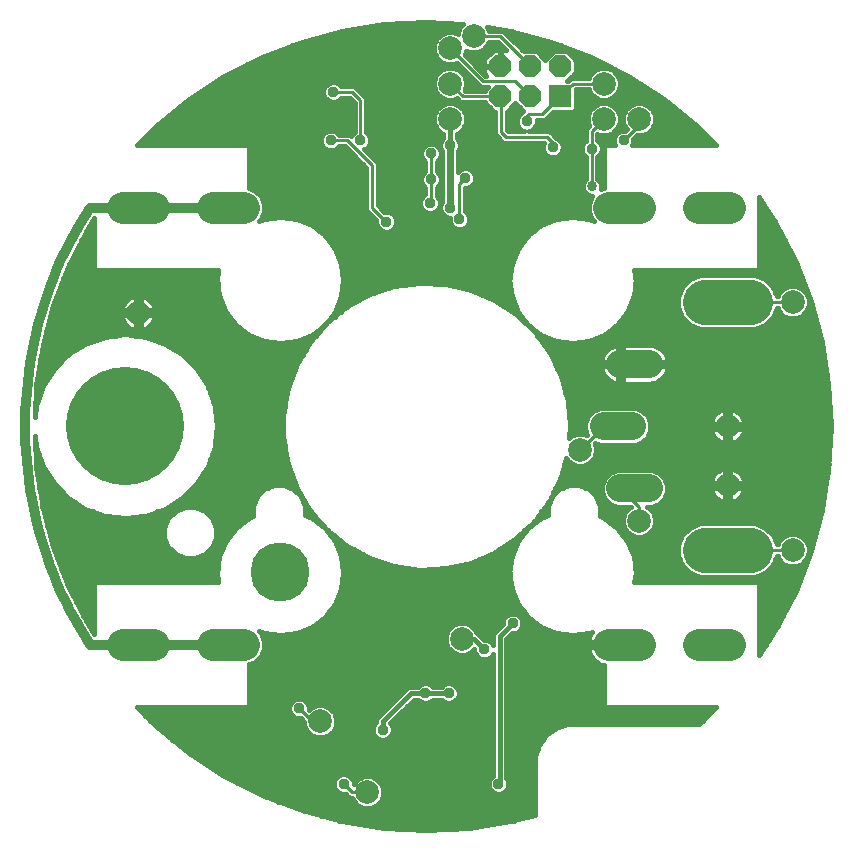
<source format=gbl>
G75*
%MOIN*%
%OFA0B0*%
%FSLAX24Y24*%
%IPPOS*%
%LPD*%
%AMOC8*
5,1,8,0,0,1.08239X$1,22.5*
%
%ADD10C,0.3937*%
%ADD11C,0.0945*%
%ADD12C,0.1502*%
%ADD13R,0.0740X0.0740*%
%ADD14OC8,0.0740*%
%ADD15C,0.1050*%
%ADD16C,0.0787*%
%ADD17C,0.1969*%
%ADD18C,0.0337*%
%ADD19C,0.0376*%
%ADD20C,0.0179*%
%ADD21C,0.0160*%
%ADD22C,0.0100*%
%ADD23C,0.0240*%
%ADD24C,0.0320*%
D10*
X003920Y013960D03*
D11*
X019865Y013960D02*
X020810Y013960D01*
X020420Y016026D02*
X021365Y016026D01*
X021365Y011893D02*
X020420Y011893D01*
D12*
X023248Y009826D02*
X024750Y009826D01*
X024750Y018093D02*
X023248Y018093D01*
D13*
X018424Y024956D03*
D14*
X018424Y025956D03*
X017424Y025956D03*
X016424Y025956D03*
X016424Y024956D03*
X017424Y024956D03*
D15*
X020035Y021243D02*
X021085Y021243D01*
X023035Y021243D02*
X024085Y021243D01*
X024085Y006676D02*
X023035Y006676D01*
X021085Y006676D02*
X020035Y006676D01*
X007885Y006676D02*
X006835Y006676D01*
X004885Y006676D02*
X003835Y006676D01*
X003835Y021243D02*
X004885Y021243D01*
X006835Y021243D02*
X007885Y021243D01*
D16*
X004353Y017739D03*
X014747Y024196D03*
X014747Y025377D03*
X014747Y026558D03*
X015534Y026952D03*
X019865Y025377D03*
X019865Y024196D03*
X021046Y024196D03*
X026164Y018093D03*
X023999Y013960D03*
X023999Y011991D03*
X026164Y009826D03*
X021046Y010810D03*
X019078Y013172D03*
X015141Y006873D03*
X010416Y004117D03*
X011991Y001755D03*
D17*
X009090Y009090D03*
D18*
X019471Y021952D03*
X018802Y023349D03*
X021715Y024767D03*
X013920Y027247D03*
D19*
X013920Y024688D03*
X013015Y024845D03*
X013605Y023428D03*
X014117Y023054D03*
X014747Y023330D03*
X015337Y023625D03*
X015259Y022227D03*
X014749Y021241D03*
X015062Y020849D03*
X014550Y020515D03*
X014078Y021400D03*
X014117Y022188D03*
X012621Y020771D03*
X012601Y020219D03*
X011400Y019176D03*
X011479Y018389D03*
X011263Y020023D03*
X013920Y019097D03*
X016361Y018428D03*
X016637Y019924D03*
X016794Y023113D03*
X016794Y024019D03*
X017306Y024117D03*
X018172Y023251D03*
X019471Y023211D03*
X019944Y023467D03*
X020534Y023487D03*
X019471Y026026D03*
X017109Y026853D03*
X011755Y023487D03*
X010771Y023487D03*
X009786Y023586D03*
X009156Y024806D03*
X007798Y024274D03*
X008330Y022916D03*
X008172Y022365D03*
X005731Y024255D03*
X007897Y025672D03*
X010578Y026751D03*
X010810Y025869D03*
X010849Y025101D03*
X010771Y024609D03*
X006026Y018211D03*
X005475Y016952D03*
X007168Y015259D03*
X007956Y015889D03*
X009393Y015987D03*
X009215Y012227D03*
X006794Y012070D03*
X011420Y009471D03*
X008763Y005652D03*
X009708Y004550D03*
X011656Y004983D03*
X012503Y003841D03*
X013920Y005062D03*
X014708Y005062D03*
X015889Y006519D03*
X016834Y007385D03*
X015908Y009274D03*
X017798Y005219D03*
X017798Y003920D03*
X016361Y002030D03*
X017247Y001243D03*
X014727Y003526D03*
X012188Y000849D03*
X011204Y002030D03*
X007778Y002306D03*
X005731Y003625D03*
X002503Y008428D03*
X001400Y011538D03*
X001400Y016420D03*
X002582Y019885D03*
X018428Y016243D03*
X018960Y014058D03*
X020593Y013015D03*
X021086Y010023D03*
X022227Y009078D03*
X025278Y007306D03*
X025436Y008743D03*
X026853Y011282D03*
X027011Y015731D03*
X026105Y018960D03*
X021538Y004235D03*
D20*
X011066Y021007D03*
X011066Y021440D03*
X010928Y022444D03*
X010928Y022759D03*
X010613Y022759D03*
X010613Y022444D03*
D21*
X009390Y004460D02*
X004437Y004460D01*
X004300Y004596D02*
X007993Y004596D01*
X008040Y004643D01*
X008040Y006020D01*
X008261Y006112D01*
X008448Y006299D01*
X008550Y006544D01*
X008550Y006808D01*
X008448Y007053D01*
X008374Y007127D01*
X008545Y007056D01*
X009090Y006985D01*
X009634Y007056D01*
X009634Y007056D01*
X010142Y007267D01*
X010578Y007601D01*
X010578Y007601D01*
X010578Y007601D01*
X010913Y008037D01*
X011123Y008545D01*
X011195Y009090D01*
X011123Y009634D01*
X011123Y009634D01*
X010913Y010142D01*
X010578Y010578D01*
X010578Y010578D01*
X010142Y010913D01*
X009899Y011013D01*
X009899Y011301D01*
X009769Y011617D01*
X009527Y011859D01*
X009211Y011989D01*
X008868Y011989D01*
X008552Y011859D01*
X008311Y011617D01*
X008180Y011301D01*
X008180Y010972D01*
X008037Y010913D01*
X008037Y010913D01*
X007601Y010578D01*
X007267Y010142D01*
X007267Y010142D01*
X007056Y009634D01*
X006985Y009090D01*
X007028Y008756D01*
X002926Y008756D01*
X002880Y008709D01*
X002880Y007021D01*
X002633Y007423D01*
X002012Y008642D01*
X001521Y009920D01*
X001167Y011241D01*
X000953Y012593D01*
X000898Y013641D01*
X000939Y013279D01*
X001165Y012633D01*
X001165Y012633D01*
X001530Y012053D01*
X002014Y011569D01*
X002593Y011205D01*
X002593Y011205D01*
X003240Y010978D01*
X003920Y010902D01*
X004601Y010978D01*
X005247Y011205D01*
X005827Y011569D01*
X006311Y012053D01*
X006675Y012633D01*
X006901Y013279D01*
X006901Y013279D01*
X006978Y013960D01*
X006901Y014640D01*
X006675Y015286D01*
X006675Y015286D01*
X006311Y015866D01*
X005827Y016350D01*
X005827Y016350D01*
X005247Y016714D01*
X005247Y016714D01*
X004601Y016941D01*
X004601Y016941D01*
X003920Y017017D01*
X003240Y016941D01*
X003240Y016941D01*
X002593Y016714D01*
X002014Y016350D01*
X002014Y016350D01*
X001530Y015866D01*
X001165Y015286D01*
X000939Y014640D01*
X000939Y014640D01*
X000898Y014278D01*
X000953Y015326D01*
X001167Y016678D01*
X001521Y017999D01*
X002012Y019277D01*
X002633Y020496D01*
X002880Y020898D01*
X002880Y019210D01*
X002926Y019163D01*
X007028Y019163D01*
X006985Y018830D01*
X007056Y018285D01*
X007267Y017777D01*
X007601Y017341D01*
X007601Y017341D01*
X007601Y017341D01*
X008037Y017007D01*
X008545Y016796D01*
X009090Y016725D01*
X009634Y016796D01*
X009634Y016796D01*
X010142Y017007D01*
X010578Y017341D01*
X010578Y017341D01*
X010578Y017341D01*
X010913Y017777D01*
X011123Y018285D01*
X011195Y018830D01*
X011123Y019374D01*
X011123Y019374D01*
X010913Y019882D01*
X010578Y020318D01*
X010578Y020318D01*
X010142Y020653D01*
X009634Y020863D01*
X009090Y020935D01*
X009090Y020935D01*
X008545Y020863D01*
X008374Y020792D01*
X008448Y020866D01*
X008550Y021111D01*
X008550Y021375D01*
X008448Y021620D01*
X008261Y021807D01*
X008040Y021899D01*
X008040Y023276D01*
X007993Y023323D01*
X004300Y023323D01*
X004947Y023969D01*
X006042Y024857D01*
X007225Y025624D01*
X008481Y026265D01*
X009797Y026770D01*
X011159Y027135D01*
X012552Y027355D01*
X013960Y027429D01*
X015192Y027364D01*
X015082Y027254D01*
X015001Y027058D01*
X015001Y027031D01*
X014853Y027092D01*
X014641Y027092D01*
X014445Y027010D01*
X014294Y026860D01*
X014213Y026664D01*
X014213Y026452D01*
X014294Y026256D01*
X014445Y026106D01*
X014641Y026024D01*
X014853Y026024D01*
X014965Y026071D01*
X015771Y025266D01*
X016013Y025266D01*
X015914Y025167D01*
X015914Y025146D01*
X015247Y025146D01*
X015234Y025158D01*
X015281Y025271D01*
X015281Y025483D01*
X015199Y025679D01*
X015049Y025829D01*
X014853Y025911D01*
X014641Y025911D01*
X014445Y025829D01*
X014294Y025679D01*
X014213Y025483D01*
X014213Y025271D01*
X014294Y025075D01*
X014445Y024924D01*
X014641Y024843D01*
X014853Y024843D01*
X014965Y024890D01*
X015089Y024766D01*
X015914Y024766D01*
X015914Y024744D01*
X016213Y024446D01*
X016250Y024446D01*
X016250Y023684D01*
X016519Y023415D01*
X017885Y023415D01*
X017844Y023316D01*
X017844Y023186D01*
X017894Y023065D01*
X017986Y022973D01*
X018107Y022923D01*
X018237Y022923D01*
X018358Y022973D01*
X018450Y023065D01*
X018500Y023186D01*
X018500Y023316D01*
X018450Y023437D01*
X018358Y023529D01*
X018293Y023556D01*
X018165Y023684D01*
X018054Y023795D01*
X017386Y023795D01*
X017492Y023839D01*
X017584Y023931D01*
X017634Y024052D01*
X017634Y024163D01*
X017900Y024163D01*
X018183Y024446D01*
X018852Y024446D01*
X018934Y024528D01*
X018934Y025187D01*
X019366Y025187D01*
X019413Y025075D01*
X019563Y024924D01*
X019759Y024843D01*
X019971Y024843D01*
X020167Y024924D01*
X020317Y025075D01*
X020399Y025271D01*
X020399Y025483D01*
X020317Y025679D01*
X020167Y025829D01*
X019971Y025911D01*
X019759Y025911D01*
X019563Y025829D01*
X019413Y025679D01*
X019366Y025567D01*
X018767Y025567D01*
X018665Y025466D01*
X018655Y025466D01*
X018934Y025744D01*
X018934Y026167D01*
X018635Y026466D01*
X018213Y026466D01*
X017924Y026177D01*
X017635Y026466D01*
X017213Y026466D01*
X017198Y026451D01*
X016618Y027030D01*
X016618Y027030D01*
X016507Y027142D01*
X016033Y027142D01*
X015987Y027254D01*
X015983Y027258D01*
X016760Y027135D01*
X018122Y026770D01*
X019438Y026265D01*
X020694Y025624D01*
X021877Y024857D01*
X022972Y023969D01*
X023619Y023323D01*
X020822Y023323D01*
X020862Y023422D01*
X020862Y023546D01*
X020978Y023662D01*
X021152Y023662D01*
X021348Y023743D01*
X021499Y023893D01*
X021580Y024090D01*
X021580Y024302D01*
X021499Y024498D01*
X021348Y024648D01*
X021152Y024729D01*
X020940Y024729D01*
X020744Y024648D01*
X020594Y024498D01*
X020512Y024302D01*
X020512Y024090D01*
X020594Y023893D01*
X020633Y023854D01*
X020594Y023815D01*
X020469Y023815D01*
X020348Y023765D01*
X020256Y023673D01*
X020206Y023552D01*
X020206Y023422D01*
X020247Y023323D01*
X019926Y023323D01*
X019880Y023276D01*
X019880Y021899D01*
X019763Y021850D01*
X019780Y021890D01*
X019780Y022013D01*
X019733Y022126D01*
X019661Y022198D01*
X019661Y022937D01*
X019749Y023026D01*
X019799Y023146D01*
X019799Y023277D01*
X019749Y023397D01*
X019661Y023486D01*
X019661Y023702D01*
X019759Y023662D01*
X019971Y023662D01*
X020167Y023743D01*
X020317Y023893D01*
X020399Y024090D01*
X020399Y024302D01*
X020317Y024498D01*
X020167Y024648D01*
X019971Y024729D01*
X019759Y024729D01*
X019563Y024648D01*
X019413Y024498D01*
X019331Y024302D01*
X019331Y024090D01*
X019378Y023977D01*
X019281Y023881D01*
X019281Y023486D01*
X019193Y023397D01*
X019143Y023277D01*
X019143Y023146D01*
X019193Y023026D01*
X019281Y022937D01*
X019281Y022198D01*
X019210Y022126D01*
X019163Y022013D01*
X019163Y021890D01*
X019210Y021777D01*
X019297Y021690D01*
X019410Y021643D01*
X019494Y021643D01*
X019471Y021620D01*
X019370Y021375D01*
X019370Y021111D01*
X019471Y020866D01*
X019545Y020792D01*
X019374Y020863D01*
X018830Y020935D01*
X018830Y020935D01*
X018285Y020863D01*
X018285Y020863D01*
X017777Y020653D01*
X017341Y020318D01*
X017007Y019882D01*
X016796Y019374D01*
X016725Y018830D01*
X016796Y018285D01*
X017007Y017777D01*
X017341Y017341D01*
X017341Y017341D01*
X017341Y017341D01*
X017777Y017007D01*
X018285Y016796D01*
X018830Y016725D01*
X019374Y016796D01*
X019374Y016796D01*
X019882Y017007D01*
X020318Y017341D01*
X020318Y017341D01*
X020318Y017341D01*
X020653Y017777D01*
X020863Y018285D01*
X020935Y018830D01*
X020891Y019163D01*
X024993Y019163D01*
X025040Y019210D01*
X025040Y021595D01*
X025624Y020694D01*
X026265Y019438D01*
X026770Y018122D01*
X027135Y016760D01*
X027355Y015367D01*
X027429Y013960D01*
X027355Y012552D01*
X027135Y011159D01*
X026770Y009797D01*
X026265Y008481D01*
X025624Y007225D01*
X025040Y006324D01*
X025040Y008709D01*
X024993Y008756D01*
X020891Y008756D01*
X020935Y009090D01*
X020863Y009634D01*
X020863Y009634D01*
X020653Y010142D01*
X020318Y010578D01*
X020318Y010578D01*
X020318Y010578D01*
X019882Y010913D01*
X019739Y010972D01*
X019739Y011301D01*
X019609Y011617D01*
X019367Y011859D01*
X019051Y011989D01*
X018708Y011989D01*
X018392Y011859D01*
X018151Y011617D01*
X018020Y011301D01*
X018020Y011013D01*
X017777Y010913D01*
X017341Y010578D01*
X017007Y010142D01*
X016796Y009634D01*
X016725Y009090D01*
X016796Y008545D01*
X017007Y008037D01*
X017341Y007601D01*
X017341Y007601D01*
X017777Y007267D01*
X018285Y007056D01*
X018830Y006985D01*
X019374Y007056D01*
X019467Y007095D01*
X019447Y007069D01*
X019401Y006989D01*
X019366Y006903D01*
X019342Y006814D01*
X019334Y006756D01*
X019880Y006756D01*
X019880Y006596D01*
X019334Y006596D01*
X019342Y006538D01*
X019366Y006449D01*
X019401Y006364D01*
X019447Y006284D01*
X019503Y006210D01*
X019569Y006145D01*
X019642Y006089D01*
X019722Y006042D01*
X019807Y006007D01*
X019880Y005988D01*
X019880Y004643D01*
X019926Y004596D01*
X023619Y004596D01*
X023056Y004033D01*
X018676Y004033D01*
X018286Y003907D01*
X017954Y003666D01*
X017954Y003666D01*
X017954Y003666D01*
X017713Y003334D01*
X017587Y002944D01*
X017587Y001006D01*
X016760Y000784D01*
X015367Y000564D01*
X013960Y000490D01*
X012552Y000564D01*
X011159Y000784D01*
X009797Y001149D01*
X008481Y001655D01*
X007225Y002295D01*
X006042Y003062D01*
X004947Y003950D01*
X004300Y004596D01*
X004595Y004301D02*
X009493Y004301D01*
X009522Y004272D02*
X009642Y004222D01*
X009767Y004222D01*
X009883Y004106D01*
X009883Y004011D01*
X009964Y003815D01*
X010114Y003665D01*
X010310Y003583D01*
X010522Y003583D01*
X010719Y003665D01*
X010869Y003815D01*
X010950Y004011D01*
X010950Y004223D01*
X010869Y004419D01*
X010719Y004569D01*
X010522Y004651D01*
X010310Y004651D01*
X010114Y004569D01*
X010036Y004491D01*
X010036Y004615D01*
X009986Y004736D01*
X009893Y004828D01*
X009773Y004878D01*
X009642Y004878D01*
X009522Y004828D01*
X009429Y004736D01*
X009379Y004615D01*
X009379Y004485D01*
X009429Y004364D01*
X009522Y004272D01*
X009846Y004143D02*
X004754Y004143D01*
X004912Y003984D02*
X009894Y003984D01*
X009959Y003826D02*
X005100Y003826D01*
X005296Y003667D02*
X010111Y003667D01*
X010721Y003667D02*
X012220Y003667D01*
X012225Y003656D02*
X012317Y003563D01*
X012438Y003513D01*
X012568Y003513D01*
X012689Y003563D01*
X012781Y003656D01*
X012831Y003776D01*
X012831Y003907D01*
X012781Y004027D01*
X012753Y004056D01*
X013539Y004842D01*
X013676Y004842D01*
X013734Y004784D01*
X013855Y004734D01*
X013985Y004734D01*
X014106Y004784D01*
X014164Y004842D01*
X014464Y004842D01*
X014522Y004784D01*
X014642Y004734D01*
X014773Y004734D01*
X014893Y004784D01*
X014986Y004876D01*
X015036Y004997D01*
X015036Y005127D01*
X014986Y005248D01*
X014893Y005340D01*
X014773Y005390D01*
X014642Y005390D01*
X014522Y005340D01*
X014464Y005282D01*
X014164Y005282D01*
X014106Y005340D01*
X013985Y005390D01*
X013855Y005390D01*
X013734Y005340D01*
X013676Y005282D01*
X013357Y005282D01*
X012412Y004337D01*
X012283Y004208D01*
X012283Y004085D01*
X012225Y004027D01*
X012175Y003907D01*
X012175Y003776D01*
X012225Y003656D01*
X012175Y003826D02*
X010873Y003826D01*
X010939Y003984D02*
X012207Y003984D01*
X012283Y004143D02*
X010950Y004143D01*
X010918Y004301D02*
X012376Y004301D01*
X012503Y004117D02*
X012503Y003841D01*
X012503Y004117D02*
X013448Y005062D01*
X013920Y005062D01*
X014708Y005062D01*
X015010Y004935D02*
X016180Y004935D01*
X016180Y004777D02*
X014876Y004777D01*
X014539Y004777D02*
X014089Y004777D01*
X013752Y004777D02*
X013473Y004777D01*
X013315Y004618D02*
X016180Y004618D01*
X016180Y004460D02*
X013156Y004460D01*
X012998Y004301D02*
X016180Y004301D01*
X016180Y004143D02*
X012839Y004143D01*
X012799Y003984D02*
X016180Y003984D01*
X016180Y003826D02*
X012831Y003826D01*
X012786Y003667D02*
X016180Y003667D01*
X016180Y003509D02*
X005492Y003509D01*
X005687Y003350D02*
X016180Y003350D01*
X016180Y003192D02*
X005883Y003192D01*
X006088Y003033D02*
X016180Y003033D01*
X016180Y002875D02*
X006332Y002875D01*
X006576Y002716D02*
X016180Y002716D01*
X016180Y002558D02*
X006820Y002558D01*
X007064Y002399D02*
X016180Y002399D01*
X016180Y002311D02*
X016175Y002309D01*
X016083Y002216D01*
X016033Y002096D01*
X016033Y001965D01*
X016083Y001845D01*
X016175Y001752D01*
X016296Y001702D01*
X016426Y001702D01*
X016547Y001752D01*
X016639Y001845D01*
X016689Y001965D01*
X016689Y002096D01*
X016639Y002216D01*
X016620Y002235D01*
X016620Y006861D01*
X016817Y007057D01*
X016899Y007057D01*
X017019Y007107D01*
X017112Y007199D01*
X017162Y007319D01*
X017162Y007450D01*
X017112Y007571D01*
X017019Y007663D01*
X016899Y007713D01*
X016768Y007713D01*
X016648Y007663D01*
X016555Y007571D01*
X016505Y007450D01*
X016505Y007368D01*
X016309Y007172D01*
X016180Y007043D01*
X016180Y006671D01*
X016167Y006704D01*
X016075Y006797D01*
X015954Y006847D01*
X015872Y006847D01*
X015628Y007090D01*
X015593Y007175D01*
X015443Y007325D01*
X015247Y007407D01*
X015034Y007407D01*
X014838Y007325D01*
X014688Y007175D01*
X014607Y006979D01*
X014607Y006767D01*
X014688Y006571D01*
X014838Y006420D01*
X015034Y006339D01*
X015247Y006339D01*
X015443Y006420D01*
X015559Y006537D01*
X015561Y006536D01*
X015561Y006453D01*
X015611Y006333D01*
X015703Y006240D01*
X015823Y006190D01*
X015954Y006190D01*
X016075Y006240D01*
X016167Y006333D01*
X016180Y006366D01*
X016180Y002311D01*
X016107Y002241D02*
X012213Y002241D01*
X012293Y002207D02*
X012097Y002289D01*
X011885Y002289D01*
X011689Y002207D01*
X011539Y002057D01*
X011532Y002041D01*
X011532Y002096D01*
X011482Y002216D01*
X011389Y002309D01*
X011269Y002359D01*
X011138Y002359D01*
X011018Y002309D01*
X010925Y002216D01*
X010876Y002096D01*
X010876Y001965D01*
X010925Y001845D01*
X011018Y001752D01*
X011138Y001702D01*
X011263Y001702D01*
X011289Y001676D01*
X011401Y001565D01*
X011492Y001565D01*
X011539Y001452D01*
X011689Y001302D01*
X011885Y001221D01*
X012097Y001221D01*
X012293Y001302D01*
X012443Y001452D01*
X012525Y001649D01*
X012525Y001861D01*
X012443Y002057D01*
X012293Y002207D01*
X012419Y002082D02*
X016033Y002082D01*
X016050Y001924D02*
X012499Y001924D01*
X012525Y001765D02*
X016162Y001765D01*
X016361Y002030D02*
X016400Y002070D01*
X016400Y006952D01*
X016834Y007385D01*
X017067Y007154D02*
X018049Y007154D01*
X018285Y007056D02*
X018285Y007056D01*
X018746Y006996D02*
X016755Y006996D01*
X016620Y006837D02*
X019348Y006837D01*
X019405Y006996D02*
X018913Y006996D01*
X018830Y006985D02*
X018830Y006985D01*
X019346Y006520D02*
X016620Y006520D01*
X016620Y006362D02*
X019402Y006362D01*
X019511Y006203D02*
X016620Y006203D01*
X016620Y006045D02*
X019718Y006045D01*
X019880Y005886D02*
X016620Y005886D01*
X016620Y005728D02*
X019880Y005728D01*
X019880Y005569D02*
X016620Y005569D01*
X016620Y005411D02*
X019880Y005411D01*
X019880Y005252D02*
X016620Y005252D01*
X016620Y005094D02*
X019880Y005094D01*
X019880Y004935D02*
X016620Y004935D01*
X016620Y004777D02*
X019880Y004777D01*
X019904Y004618D02*
X016620Y004618D01*
X016620Y004460D02*
X023482Y004460D01*
X023324Y004301D02*
X016620Y004301D01*
X016620Y004143D02*
X023165Y004143D01*
X025040Y006362D02*
X025064Y006362D01*
X025040Y006520D02*
X025167Y006520D01*
X025270Y006679D02*
X025040Y006679D01*
X025040Y006837D02*
X025373Y006837D01*
X025476Y006996D02*
X025040Y006996D01*
X025040Y007154D02*
X025579Y007154D01*
X025669Y007313D02*
X025040Y007313D01*
X025040Y007471D02*
X025750Y007471D01*
X025831Y007630D02*
X025040Y007630D01*
X025040Y007788D02*
X025911Y007788D01*
X025992Y007947D02*
X025040Y007947D01*
X025040Y008105D02*
X026073Y008105D01*
X026154Y008264D02*
X025040Y008264D01*
X025040Y008422D02*
X026235Y008422D01*
X026303Y008581D02*
X025040Y008581D01*
X025010Y008739D02*
X026364Y008739D01*
X026424Y008898D02*
X020909Y008898D01*
X020930Y009056D02*
X022777Y009056D01*
X022743Y009070D02*
X023070Y008934D01*
X024927Y008934D01*
X025255Y009070D01*
X025506Y009321D01*
X025636Y009636D01*
X025665Y009636D01*
X025712Y009523D01*
X025862Y009373D01*
X026058Y009292D01*
X026270Y009292D01*
X026467Y009373D01*
X026617Y009523D01*
X026698Y009720D01*
X026698Y009932D01*
X026617Y010128D01*
X026467Y010278D01*
X026270Y010359D01*
X026058Y010359D01*
X025862Y010278D01*
X025712Y010128D01*
X025665Y010016D01*
X025636Y010016D01*
X025506Y010330D01*
X025255Y010581D01*
X024927Y010717D01*
X023070Y010717D01*
X022743Y010581D01*
X022492Y010330D01*
X022357Y010003D01*
X022357Y009648D01*
X022492Y009321D01*
X022743Y009070D01*
X022599Y009215D02*
X020918Y009215D01*
X020897Y009373D02*
X022471Y009373D01*
X022405Y009532D02*
X020876Y009532D01*
X020840Y009690D02*
X022357Y009690D01*
X022357Y009849D02*
X020774Y009849D01*
X020708Y010007D02*
X022358Y010007D01*
X022424Y010166D02*
X020634Y010166D01*
X020653Y010142D02*
X020653Y010142D01*
X020513Y010324D02*
X020825Y010324D01*
X020744Y010357D02*
X020594Y010508D01*
X020512Y010704D01*
X020512Y010916D01*
X020594Y011112D01*
X020744Y011262D01*
X020771Y011273D01*
X020764Y011280D01*
X020298Y011280D01*
X020073Y011373D01*
X019901Y011546D01*
X019808Y011771D01*
X019808Y012014D01*
X019901Y012240D01*
X020073Y012412D01*
X020298Y012505D01*
X021487Y012505D01*
X021712Y012412D01*
X021884Y012240D01*
X021977Y012014D01*
X021977Y011771D01*
X021884Y011546D01*
X021712Y011373D01*
X021487Y011280D01*
X021306Y011280D01*
X021348Y011262D01*
X021499Y011112D01*
X021580Y010916D01*
X021580Y010704D01*
X021499Y010508D01*
X021348Y010357D01*
X021152Y010276D01*
X020940Y010276D01*
X020744Y010357D01*
X020619Y010483D02*
X020391Y010483D01*
X020538Y010641D02*
X020236Y010641D01*
X020029Y010800D02*
X020512Y010800D01*
X020530Y010958D02*
X019772Y010958D01*
X019882Y010913D02*
X019882Y010913D01*
X019739Y011117D02*
X020598Y011117D01*
X020769Y011275D02*
X019739Y011275D01*
X019684Y011434D02*
X020013Y011434D01*
X019882Y011592D02*
X019619Y011592D01*
X019475Y011751D02*
X019816Y011751D01*
X019808Y011909D02*
X019245Y011909D01*
X019830Y012068D02*
X018338Y012068D01*
X018414Y012226D02*
X019895Y012226D01*
X020046Y012385D02*
X018469Y012385D01*
X018439Y012278D02*
X018612Y012902D01*
X018625Y012870D01*
X018775Y012720D01*
X018971Y012638D01*
X019184Y012638D01*
X019380Y012720D01*
X019530Y012870D01*
X019611Y013066D01*
X019611Y013278D01*
X019565Y013391D01*
X019586Y013412D01*
X019743Y013347D01*
X020932Y013347D01*
X021157Y013440D01*
X021329Y013613D01*
X021422Y013838D01*
X021422Y014081D01*
X021329Y014306D01*
X021157Y014479D01*
X020932Y014572D01*
X019743Y014572D01*
X019518Y014479D01*
X019346Y014306D01*
X019253Y014081D01*
X019253Y013838D01*
X019318Y013681D01*
X019296Y013659D01*
X019184Y013706D01*
X018971Y013706D01*
X018775Y013625D01*
X018708Y013558D01*
X018745Y013960D01*
X018668Y014814D01*
X018439Y015641D01*
X018067Y016414D01*
X017563Y017108D01*
X016943Y017701D01*
X016227Y018173D01*
X015438Y018510D01*
X014602Y018701D01*
X013745Y018740D01*
X012895Y018625D01*
X012079Y018359D01*
X012079Y018359D01*
X011323Y017953D01*
X010653Y017418D01*
X010088Y016772D01*
X009648Y016036D01*
X009648Y016036D01*
X009347Y015233D01*
X009347Y015233D01*
X009194Y014388D01*
X009194Y013531D01*
X009347Y012687D01*
X009347Y012687D01*
X009648Y011883D01*
X010088Y011147D01*
X010653Y010501D01*
X011323Y009966D01*
X011323Y009966D01*
X012079Y009560D01*
X012895Y009294D01*
X013745Y009179D01*
X014602Y009218D01*
X015438Y009409D01*
X015438Y009409D01*
X016227Y009746D01*
X016943Y010218D01*
X017563Y010811D01*
X017563Y010811D01*
X018067Y011505D01*
X018439Y012278D01*
X018439Y012278D01*
X018512Y012543D02*
X023841Y012543D01*
X023865Y012551D02*
X023779Y012523D01*
X023698Y012482D01*
X023625Y012429D01*
X023561Y012365D01*
X023508Y012292D01*
X023467Y012211D01*
X023439Y012125D01*
X023431Y012071D01*
X023919Y012071D01*
X023919Y012559D01*
X023865Y012551D01*
X023919Y012543D02*
X024079Y012543D01*
X024079Y012559D02*
X024079Y012071D01*
X024567Y012071D01*
X024558Y012125D01*
X024531Y012211D01*
X024490Y012292D01*
X024436Y012365D01*
X024373Y012429D01*
X024300Y012482D01*
X024219Y012523D01*
X024133Y012551D01*
X024079Y012559D01*
X024157Y012543D02*
X027354Y012543D01*
X027355Y012552D02*
X027355Y012552D01*
X027363Y012702D02*
X019336Y012702D01*
X019520Y012860D02*
X027371Y012860D01*
X027380Y013019D02*
X019592Y013019D01*
X019611Y013177D02*
X027388Y013177D01*
X027396Y013336D02*
X019588Y013336D01*
X019264Y013811D02*
X018731Y013811D01*
X018744Y013970D02*
X019253Y013970D01*
X019272Y014128D02*
X018729Y014128D01*
X018715Y014287D02*
X019338Y014287D01*
X019484Y014445D02*
X018701Y014445D01*
X018687Y014604D02*
X027395Y014604D01*
X027387Y014762D02*
X018672Y014762D01*
X018668Y014814D02*
X018668Y014814D01*
X018638Y014921D02*
X027379Y014921D01*
X027370Y015079D02*
X018594Y015079D01*
X018551Y015238D02*
X027362Y015238D01*
X027351Y015396D02*
X021533Y015396D01*
X021493Y015385D02*
X021575Y015407D01*
X021654Y015440D01*
X021728Y015483D01*
X021796Y015535D01*
X021857Y015595D01*
X021909Y015663D01*
X021951Y015737D01*
X021984Y015816D01*
X022006Y015899D01*
X022013Y015949D01*
X020498Y015949D01*
X020498Y016104D01*
X022013Y016104D01*
X022006Y016154D01*
X021984Y016237D01*
X021951Y016316D01*
X021909Y016390D01*
X021857Y016458D01*
X021796Y016518D01*
X021728Y016570D01*
X021654Y016613D01*
X021575Y016646D01*
X021493Y016668D01*
X021408Y016679D01*
X020498Y016679D01*
X020498Y016104D01*
X020343Y016104D01*
X020343Y016674D01*
X020293Y016668D01*
X020210Y016646D01*
X020131Y016613D01*
X020057Y016570D01*
X019989Y016518D01*
X019929Y016458D01*
X019877Y016390D01*
X019834Y016316D01*
X019801Y016237D01*
X019779Y016154D01*
X019772Y016104D01*
X020343Y016104D01*
X020343Y015949D01*
X020498Y015949D01*
X020498Y015374D01*
X021408Y015374D01*
X021493Y015385D01*
X021816Y015555D02*
X027326Y015555D01*
X027301Y015713D02*
X021937Y015713D01*
X021999Y015872D02*
X027275Y015872D01*
X027250Y016030D02*
X020498Y016030D01*
X020343Y016030D02*
X018252Y016030D01*
X018328Y015872D02*
X019786Y015872D01*
X019779Y015899D02*
X019801Y015816D01*
X019834Y015737D01*
X019877Y015663D01*
X019929Y015595D01*
X019989Y015535D01*
X020057Y015483D01*
X020131Y015440D01*
X020210Y015407D01*
X020293Y015385D01*
X020343Y015379D01*
X020343Y015949D01*
X019772Y015949D01*
X019779Y015899D01*
X019848Y015713D02*
X018405Y015713D01*
X018439Y015641D02*
X018439Y015641D01*
X018463Y015555D02*
X019969Y015555D01*
X020252Y015396D02*
X018507Y015396D01*
X018176Y016189D02*
X019788Y016189D01*
X019852Y016347D02*
X018099Y016347D01*
X018067Y016414D02*
X018067Y016414D01*
X018001Y016506D02*
X019977Y016506D01*
X020279Y016664D02*
X017885Y016664D01*
X017770Y016823D02*
X018221Y016823D01*
X018285Y016796D02*
X018285Y016796D01*
X017839Y016981D02*
X017655Y016981D01*
X017777Y017007D02*
X017777Y017007D01*
X017604Y017140D02*
X017530Y017140D01*
X017563Y017108D02*
X017563Y017108D01*
X017397Y017298D02*
X017364Y017298D01*
X017252Y017457D02*
X017198Y017457D01*
X017131Y017615D02*
X017032Y017615D01*
X017009Y017774D02*
X016832Y017774D01*
X017007Y017777D02*
X017007Y017777D01*
X016942Y017932D02*
X016592Y017932D01*
X016352Y018091D02*
X016877Y018091D01*
X016811Y018249D02*
X016050Y018249D01*
X015679Y018408D02*
X016780Y018408D01*
X016796Y018285D02*
X016796Y018285D01*
X016759Y018566D02*
X015194Y018566D01*
X014083Y018725D02*
X016738Y018725D01*
X016725Y018830D02*
X016725Y018830D01*
X016732Y018883D02*
X011187Y018883D01*
X011181Y018725D02*
X013633Y018725D01*
X013745Y018740D02*
X013745Y018740D01*
X012895Y018625D02*
X012895Y018625D01*
X012715Y018566D02*
X011160Y018566D01*
X011139Y018408D02*
X012227Y018408D01*
X011874Y018249D02*
X011108Y018249D01*
X011123Y018285D02*
X011123Y018285D01*
X011042Y018091D02*
X011579Y018091D01*
X011323Y017953D02*
X011323Y017953D01*
X011297Y017932D02*
X010977Y017932D01*
X010913Y017777D02*
X010913Y017777D01*
X010910Y017774D02*
X011098Y017774D01*
X010900Y017615D02*
X010788Y017615D01*
X010701Y017457D02*
X010667Y017457D01*
X010653Y017418D02*
X010653Y017418D01*
X010653Y017418D01*
X010548Y017298D02*
X010522Y017298D01*
X010409Y017140D02*
X010315Y017140D01*
X010271Y016981D02*
X010080Y016981D01*
X010142Y017007D02*
X010142Y017007D01*
X010132Y016823D02*
X009698Y016823D01*
X010024Y016664D02*
X005327Y016664D01*
X005579Y016506D02*
X009929Y016506D01*
X009834Y016347D02*
X005830Y016347D01*
X005988Y016189D02*
X009740Y016189D01*
X009646Y016030D02*
X006147Y016030D01*
X006305Y015872D02*
X009587Y015872D01*
X009527Y015713D02*
X006407Y015713D01*
X006311Y015866D02*
X006311Y015866D01*
X006507Y015555D02*
X009468Y015555D01*
X009408Y015396D02*
X006606Y015396D01*
X006692Y015238D02*
X009349Y015238D01*
X009319Y015079D02*
X006748Y015079D01*
X006803Y014921D02*
X009290Y014921D01*
X009262Y014762D02*
X006859Y014762D01*
X006901Y014640D02*
X006901Y014640D01*
X006905Y014604D02*
X009233Y014604D01*
X009204Y014445D02*
X006923Y014445D01*
X006941Y014287D02*
X009194Y014287D01*
X009194Y014128D02*
X006959Y014128D01*
X006977Y013970D02*
X009194Y013970D01*
X009194Y013811D02*
X006961Y013811D01*
X006943Y013653D02*
X009194Y013653D01*
X009200Y013494D02*
X006925Y013494D01*
X006908Y013336D02*
X009229Y013336D01*
X009258Y013177D02*
X006866Y013177D01*
X006810Y013019D02*
X009287Y013019D01*
X009315Y012860D02*
X006755Y012860D01*
X006699Y012702D02*
X009344Y012702D01*
X009401Y012543D02*
X006619Y012543D01*
X006519Y012385D02*
X009460Y012385D01*
X009520Y012226D02*
X006419Y012226D01*
X006320Y012068D02*
X009579Y012068D01*
X009639Y011909D02*
X009405Y011909D01*
X009648Y011883D02*
X009648Y011883D01*
X009635Y011751D02*
X009728Y011751D01*
X009779Y011592D02*
X009822Y011592D01*
X009844Y011434D02*
X009917Y011434D01*
X009899Y011275D02*
X010012Y011275D01*
X010088Y011147D02*
X010088Y011147D01*
X010115Y011117D02*
X009899Y011117D01*
X010032Y010958D02*
X010253Y010958D01*
X010142Y010913D02*
X010142Y010913D01*
X010289Y010800D02*
X010392Y010800D01*
X010496Y010641D02*
X010530Y010641D01*
X010653Y010501D02*
X010653Y010501D01*
X010651Y010483D02*
X010676Y010483D01*
X010773Y010324D02*
X010875Y010324D01*
X010894Y010166D02*
X011073Y010166D01*
X010913Y010142D02*
X010913Y010142D01*
X010968Y010007D02*
X011272Y010007D01*
X011034Y009849D02*
X011542Y009849D01*
X011837Y009690D02*
X011100Y009690D01*
X011136Y009532D02*
X012165Y009532D01*
X012079Y009560D02*
X012079Y009560D01*
X012653Y009373D02*
X011157Y009373D01*
X011178Y009215D02*
X013485Y009215D01*
X013745Y009179D02*
X013745Y009179D01*
X014528Y009215D02*
X016741Y009215D01*
X016725Y009090D02*
X016725Y009090D01*
X016729Y009056D02*
X011190Y009056D01*
X011169Y008898D02*
X016750Y008898D01*
X016771Y008739D02*
X011148Y008739D01*
X011128Y008581D02*
X016792Y008581D01*
X016796Y008545D02*
X016796Y008545D01*
X016847Y008422D02*
X011072Y008422D01*
X011123Y008545D02*
X011123Y008545D01*
X011006Y008264D02*
X016913Y008264D01*
X016978Y008105D02*
X010941Y008105D01*
X010913Y008037D02*
X010913Y008037D01*
X010843Y007947D02*
X017076Y007947D01*
X017007Y008037D02*
X017007Y008037D01*
X017198Y007788D02*
X010721Y007788D01*
X010600Y007630D02*
X016614Y007630D01*
X016514Y007471D02*
X010408Y007471D01*
X010202Y007313D02*
X014825Y007313D01*
X014679Y007154D02*
X009870Y007154D01*
X010142Y007267D02*
X010142Y007267D01*
X009173Y006996D02*
X014614Y006996D01*
X014607Y006837D02*
X008538Y006837D01*
X008550Y006679D02*
X014643Y006679D01*
X014739Y006520D02*
X008540Y006520D01*
X008474Y006362D02*
X014981Y006362D01*
X015301Y006362D02*
X015599Y006362D01*
X015561Y006520D02*
X015542Y006520D01*
X015889Y006519D02*
X015534Y006873D01*
X015141Y006873D01*
X015602Y007154D02*
X016292Y007154D01*
X016180Y006996D02*
X015723Y006996D01*
X015977Y006837D02*
X016180Y006837D01*
X016178Y006679D02*
X016180Y006679D01*
X016179Y006362D02*
X016180Y006362D01*
X016180Y006203D02*
X015984Y006203D01*
X015793Y006203D02*
X008352Y006203D01*
X008098Y006045D02*
X016180Y006045D01*
X016180Y005886D02*
X008040Y005886D01*
X008040Y005728D02*
X016180Y005728D01*
X016180Y005569D02*
X008040Y005569D01*
X008040Y005411D02*
X016180Y005411D01*
X016180Y005252D02*
X014981Y005252D01*
X015036Y005094D02*
X016180Y005094D01*
X016620Y003984D02*
X018524Y003984D01*
X018286Y003907D02*
X018286Y003907D01*
X018174Y003826D02*
X016620Y003826D01*
X016620Y003667D02*
X017956Y003667D01*
X017840Y003509D02*
X016620Y003509D01*
X016620Y003350D02*
X017725Y003350D01*
X017713Y003334D02*
X017713Y003334D01*
X017667Y003192D02*
X016620Y003192D01*
X016620Y003033D02*
X017615Y003033D01*
X017587Y002875D02*
X016620Y002875D01*
X016620Y002716D02*
X017587Y002716D01*
X017587Y002558D02*
X016620Y002558D01*
X016620Y002399D02*
X017587Y002399D01*
X017587Y002241D02*
X016620Y002241D01*
X016689Y002082D02*
X017587Y002082D01*
X017587Y001924D02*
X016672Y001924D01*
X016560Y001765D02*
X017587Y001765D01*
X017587Y001607D02*
X012507Y001607D01*
X012439Y001448D02*
X017587Y001448D01*
X017587Y001290D02*
X012262Y001290D01*
X011720Y001290D02*
X009432Y001290D01*
X009865Y001131D02*
X017587Y001131D01*
X017462Y000973D02*
X010457Y000973D01*
X011048Y000814D02*
X016871Y000814D01*
X015947Y000656D02*
X011973Y000656D01*
X011543Y001448D02*
X009019Y001448D01*
X008606Y001607D02*
X011359Y001607D01*
X011289Y001676D02*
X011289Y001676D01*
X011005Y001765D02*
X008264Y001765D01*
X007953Y001924D02*
X010893Y001924D01*
X010876Y002082D02*
X007642Y002082D01*
X007331Y002241D02*
X010950Y002241D01*
X011458Y002241D02*
X011769Y002241D01*
X011563Y002082D02*
X011532Y002082D01*
X010828Y004460D02*
X012534Y004460D01*
X012693Y004618D02*
X010601Y004618D01*
X010231Y004618D02*
X010035Y004618D01*
X009945Y004777D02*
X012851Y004777D01*
X013010Y004935D02*
X008040Y004935D01*
X008040Y004777D02*
X009470Y004777D01*
X009381Y004618D02*
X008015Y004618D01*
X008040Y005094D02*
X013168Y005094D01*
X013327Y005252D02*
X008040Y005252D01*
X008472Y006996D02*
X009006Y006996D01*
X009090Y006985D02*
X009090Y006985D01*
X008545Y007056D02*
X008545Y007056D01*
X007010Y008898D02*
X001914Y008898D01*
X001853Y009056D02*
X006989Y009056D01*
X006985Y009090D02*
X006985Y009090D01*
X007001Y009215D02*
X001792Y009215D01*
X001731Y009373D02*
X007022Y009373D01*
X007043Y009532D02*
X001670Y009532D01*
X001610Y009690D02*
X005596Y009690D01*
X005598Y009687D02*
X005914Y009556D01*
X006257Y009556D01*
X006573Y009687D01*
X006815Y009929D01*
X006945Y010245D01*
X006945Y010587D01*
X006815Y010903D01*
X006573Y011145D01*
X006257Y011276D01*
X005914Y011276D01*
X005598Y011145D01*
X005357Y010903D01*
X005226Y010587D01*
X005226Y010245D01*
X005357Y009929D01*
X005598Y009687D01*
X005437Y009849D02*
X001549Y009849D01*
X001498Y010007D02*
X005324Y010007D01*
X005259Y010166D02*
X001456Y010166D01*
X001413Y010324D02*
X005226Y010324D01*
X005226Y010483D02*
X001371Y010483D01*
X001328Y010641D02*
X005248Y010641D01*
X005314Y010800D02*
X001286Y010800D01*
X001243Y010958D02*
X003421Y010958D01*
X003240Y010978D02*
X003240Y010978D01*
X002845Y011117D02*
X001201Y011117D01*
X001162Y011275D02*
X002481Y011275D01*
X002229Y011434D02*
X001137Y011434D01*
X001112Y011592D02*
X001991Y011592D01*
X002014Y011569D02*
X002014Y011569D01*
X001832Y011751D02*
X001087Y011751D01*
X001062Y011909D02*
X001674Y011909D01*
X001530Y012053D02*
X001530Y012053D01*
X001520Y012068D02*
X001036Y012068D01*
X001011Y012226D02*
X001421Y012226D01*
X001321Y012385D02*
X000986Y012385D01*
X000961Y012543D02*
X001222Y012543D01*
X001141Y012702D02*
X000948Y012702D01*
X000939Y012860D02*
X001086Y012860D01*
X001030Y013019D02*
X000931Y013019D01*
X000923Y013177D02*
X000975Y013177D01*
X000939Y013279D02*
X000939Y013279D01*
X000933Y013336D02*
X000914Y013336D01*
X000906Y013494D02*
X000915Y013494D01*
X000899Y014287D02*
X000899Y014287D01*
X000907Y014445D02*
X000917Y014445D01*
X000915Y014604D02*
X000935Y014604D01*
X000924Y014762D02*
X000982Y014762D01*
X000932Y014921D02*
X001037Y014921D01*
X001093Y015079D02*
X000940Y015079D01*
X000949Y015238D02*
X001148Y015238D01*
X001165Y015286D02*
X001165Y015286D01*
X001234Y015396D02*
X000964Y015396D01*
X000989Y015555D02*
X001334Y015555D01*
X001433Y015713D02*
X001015Y015713D01*
X001040Y015872D02*
X001535Y015872D01*
X001530Y015866D02*
X001530Y015866D01*
X001694Y016030D02*
X001065Y016030D01*
X001090Y016189D02*
X001852Y016189D01*
X002011Y016347D02*
X001115Y016347D01*
X001140Y016506D02*
X002261Y016506D01*
X002513Y016664D02*
X001165Y016664D01*
X001206Y016823D02*
X002902Y016823D01*
X002593Y016714D02*
X002593Y016714D01*
X003598Y016981D02*
X001249Y016981D01*
X001291Y017140D02*
X007864Y017140D01*
X008037Y017007D02*
X008037Y017007D01*
X008099Y016981D02*
X004242Y016981D01*
X004273Y017171D02*
X004219Y017179D01*
X004133Y017207D01*
X004053Y017248D01*
X003979Y017301D01*
X003916Y017365D01*
X003863Y017438D01*
X003822Y017519D01*
X003794Y017605D01*
X003785Y017659D01*
X004273Y017659D01*
X004273Y017819D01*
X003785Y017819D01*
X003794Y017873D01*
X003822Y017959D01*
X003863Y018040D01*
X003916Y018113D01*
X003979Y018177D01*
X004053Y018230D01*
X004133Y018271D01*
X004219Y018299D01*
X004273Y018307D01*
X004273Y017819D01*
X004433Y017819D01*
X004433Y018307D01*
X004488Y018299D01*
X004573Y018271D01*
X004654Y018230D01*
X004727Y018177D01*
X004791Y018113D01*
X004844Y018040D01*
X004885Y017959D01*
X004913Y017873D01*
X004921Y017819D01*
X004433Y017819D01*
X004433Y017659D01*
X004433Y017171D01*
X004488Y017179D01*
X004573Y017207D01*
X004654Y017248D01*
X004727Y017301D01*
X004791Y017365D01*
X004844Y017438D01*
X004885Y017519D01*
X004913Y017605D01*
X004921Y017659D01*
X004433Y017659D01*
X004273Y017659D01*
X004273Y017171D01*
X004273Y017298D02*
X004433Y017298D01*
X004433Y017457D02*
X004273Y017457D01*
X004273Y017615D02*
X004433Y017615D01*
X004433Y017774D02*
X007269Y017774D01*
X007267Y017777D02*
X007267Y017777D01*
X007202Y017932D02*
X004894Y017932D01*
X004807Y018091D02*
X007137Y018091D01*
X007071Y018249D02*
X004616Y018249D01*
X004433Y018249D02*
X004273Y018249D01*
X004273Y018091D02*
X004433Y018091D01*
X004433Y017932D02*
X004273Y017932D01*
X004273Y017774D02*
X001461Y017774D01*
X001503Y017932D02*
X003813Y017932D01*
X003899Y018091D02*
X001556Y018091D01*
X001617Y018249D02*
X004090Y018249D01*
X003792Y017615D02*
X001418Y017615D01*
X001376Y017457D02*
X003853Y017457D01*
X003984Y017298D02*
X001334Y017298D01*
X001678Y018408D02*
X007040Y018408D01*
X007056Y018285D02*
X007056Y018285D01*
X007019Y018566D02*
X001739Y018566D01*
X001800Y018725D02*
X006998Y018725D01*
X006985Y018830D02*
X006985Y018830D01*
X006992Y018883D02*
X001861Y018883D01*
X001922Y019042D02*
X007012Y019042D01*
X007391Y017615D02*
X004914Y017615D01*
X004853Y017457D02*
X007512Y017457D01*
X007657Y017298D02*
X004722Y017298D01*
X004938Y016823D02*
X008481Y016823D01*
X008545Y016796D02*
X008545Y016796D01*
X009090Y016725D02*
X009090Y016725D01*
X010088Y016772D02*
X010088Y016772D01*
X011167Y019042D02*
X016752Y019042D01*
X016773Y019200D02*
X011146Y019200D01*
X011125Y019359D02*
X016794Y019359D01*
X016796Y019374D02*
X016796Y019374D01*
X016855Y019517D02*
X011064Y019517D01*
X010998Y019676D02*
X016921Y019676D01*
X016987Y019834D02*
X010932Y019834D01*
X010913Y019882D02*
X010913Y019882D01*
X010828Y019993D02*
X017091Y019993D01*
X017007Y019882D02*
X017007Y019882D01*
X017213Y020151D02*
X010706Y020151D01*
X010584Y020310D02*
X017335Y020310D01*
X017341Y020318D02*
X017341Y020318D01*
X017341Y020318D01*
X017537Y020468D02*
X012748Y020468D01*
X012807Y020492D02*
X012899Y020585D01*
X012949Y020705D01*
X012949Y020836D01*
X012899Y020956D01*
X012807Y021049D01*
X012686Y021099D01*
X012562Y021099D01*
X012339Y021322D01*
X012339Y022739D01*
X012227Y022850D01*
X011890Y023188D01*
X011941Y023209D01*
X012033Y023301D01*
X012083Y023422D01*
X012083Y023552D01*
X012033Y023673D01*
X011945Y023761D01*
X011945Y024904D01*
X011669Y025180D01*
X011558Y025291D01*
X011123Y025291D01*
X011035Y025379D01*
X010915Y025429D01*
X010784Y025429D01*
X010663Y025379D01*
X010571Y025287D01*
X010521Y025167D01*
X010521Y025036D01*
X010571Y024915D01*
X010663Y024823D01*
X010784Y024773D01*
X010915Y024773D01*
X011035Y024823D01*
X011123Y024911D01*
X011401Y024911D01*
X011565Y024747D01*
X011565Y023761D01*
X011477Y023673D01*
X011456Y023622D01*
X011400Y023677D01*
X011045Y023677D01*
X010956Y023765D01*
X010836Y023815D01*
X010705Y023815D01*
X010585Y023765D01*
X010492Y023673D01*
X010442Y023552D01*
X010442Y023422D01*
X010492Y023301D01*
X010585Y023209D01*
X010705Y023159D01*
X010836Y023159D01*
X010956Y023209D01*
X011045Y023297D01*
X011243Y023297D01*
X011959Y022582D01*
X011959Y021164D01*
X012293Y020830D01*
X012293Y020705D01*
X012343Y020585D01*
X012435Y020492D01*
X012556Y020442D01*
X012686Y020442D01*
X012807Y020492D01*
X012916Y020627D02*
X014821Y020627D01*
X014784Y020663D02*
X014876Y020571D01*
X014997Y020521D01*
X015127Y020521D01*
X015248Y020571D01*
X015340Y020663D01*
X015390Y020784D01*
X015390Y020915D01*
X015340Y021035D01*
X015252Y021123D01*
X015252Y021899D01*
X015324Y021899D01*
X015445Y021949D01*
X015537Y022041D01*
X015587Y022162D01*
X015587Y022293D01*
X015537Y022413D01*
X015445Y022505D01*
X015324Y022555D01*
X015193Y022555D01*
X015073Y022505D01*
X015007Y022439D01*
X015007Y023126D01*
X015025Y023144D01*
X015075Y023264D01*
X015075Y023395D01*
X015025Y023515D01*
X014967Y023574D01*
X014967Y023709D01*
X015049Y023743D01*
X015199Y023893D01*
X015281Y024090D01*
X015281Y024302D01*
X015199Y024498D01*
X015049Y024648D01*
X014853Y024729D01*
X014641Y024729D01*
X014445Y024648D01*
X014294Y024498D01*
X014213Y024302D01*
X014213Y024090D01*
X014294Y023893D01*
X014445Y023743D01*
X014527Y023709D01*
X014527Y023574D01*
X014469Y023515D01*
X014419Y023395D01*
X014419Y023264D01*
X014469Y023144D01*
X014487Y023126D01*
X014487Y021443D01*
X014471Y021427D01*
X014421Y021306D01*
X014421Y021176D01*
X014471Y021055D01*
X014563Y020963D01*
X014684Y020913D01*
X014734Y020913D01*
X014734Y020784D01*
X014784Y020663D01*
X014734Y020785D02*
X012949Y020785D01*
X012904Y020944D02*
X014610Y020944D01*
X014451Y021102D02*
X014215Y021102D01*
X014263Y021122D02*
X014356Y021215D01*
X014406Y021335D01*
X014406Y021466D01*
X014356Y021586D01*
X014307Y021635D01*
X014307Y021914D01*
X014395Y022002D01*
X014445Y022123D01*
X014445Y022253D01*
X014395Y022374D01*
X014307Y022462D01*
X014307Y022780D01*
X014395Y022868D01*
X014445Y022989D01*
X014445Y023119D01*
X014395Y023240D01*
X014303Y023332D01*
X014182Y023382D01*
X014052Y023382D01*
X013931Y023332D01*
X013839Y023240D01*
X013789Y023119D01*
X013789Y022989D01*
X013839Y022868D01*
X013927Y022780D01*
X013927Y022462D01*
X013839Y022374D01*
X013789Y022253D01*
X013789Y022123D01*
X013839Y022002D01*
X013927Y021914D01*
X013927Y021693D01*
X013892Y021679D01*
X013799Y021586D01*
X013750Y021466D01*
X013750Y021335D01*
X013799Y021215D01*
X013892Y021122D01*
X014012Y021072D01*
X014143Y021072D01*
X014263Y021122D01*
X014375Y021261D02*
X014421Y021261D01*
X014406Y021419D02*
X014467Y021419D01*
X014487Y021578D02*
X014359Y021578D01*
X014307Y021736D02*
X014487Y021736D01*
X014487Y021895D02*
X014307Y021895D01*
X014416Y022053D02*
X014487Y022053D01*
X014487Y022212D02*
X014445Y022212D01*
X014487Y022370D02*
X014397Y022370D01*
X014307Y022529D02*
X014487Y022529D01*
X014487Y022687D02*
X014307Y022687D01*
X014373Y022846D02*
X014487Y022846D01*
X014487Y023004D02*
X014445Y023004D01*
X014461Y023163D02*
X014427Y023163D01*
X014419Y023321D02*
X014314Y023321D01*
X014454Y023480D02*
X012083Y023480D01*
X012047Y023638D02*
X014527Y023638D01*
X014391Y023797D02*
X011945Y023797D01*
X011945Y023955D02*
X014269Y023955D01*
X014213Y024114D02*
X011945Y024114D01*
X011945Y024272D02*
X014213Y024272D01*
X014267Y024431D02*
X011945Y024431D01*
X011945Y024589D02*
X014385Y024589D01*
X014489Y024906D02*
X011943Y024906D01*
X011945Y024748D02*
X015914Y024748D01*
X016069Y024589D02*
X015108Y024589D01*
X015227Y024431D02*
X016250Y024431D01*
X016250Y024272D02*
X015281Y024272D01*
X015281Y024114D02*
X016250Y024114D01*
X016250Y023955D02*
X015225Y023955D01*
X015102Y023797D02*
X016250Y023797D01*
X016296Y023638D02*
X014967Y023638D01*
X015040Y023480D02*
X016454Y023480D01*
X016676Y023795D02*
X016630Y023841D01*
X016630Y024446D01*
X016635Y024446D01*
X016924Y024734D01*
X017191Y024468D01*
X017155Y024432D01*
X017116Y024393D01*
X017116Y024391D01*
X017028Y024303D01*
X016978Y024182D01*
X016978Y024052D01*
X017028Y023931D01*
X017120Y023839D01*
X017226Y023795D01*
X016676Y023795D01*
X016675Y023797D02*
X017222Y023797D01*
X017390Y023797D02*
X019281Y023797D01*
X019281Y023638D02*
X018211Y023638D01*
X018407Y023480D02*
X019275Y023480D01*
X019162Y023321D02*
X018498Y023321D01*
X018491Y023163D02*
X019143Y023163D01*
X019215Y023004D02*
X018389Y023004D01*
X017955Y023004D02*
X015007Y023004D01*
X015007Y022846D02*
X019281Y022846D01*
X019281Y022687D02*
X015007Y022687D01*
X015007Y022529D02*
X015129Y022529D01*
X015389Y022529D02*
X019281Y022529D01*
X019281Y022370D02*
X015555Y022370D01*
X015587Y022212D02*
X019281Y022212D01*
X019179Y022053D02*
X015542Y022053D01*
X015252Y021895D02*
X019163Y021895D01*
X019251Y021736D02*
X015252Y021736D01*
X015252Y021578D02*
X019453Y021578D01*
X019388Y021419D02*
X015252Y021419D01*
X015252Y021261D02*
X019370Y021261D01*
X019373Y021102D02*
X015273Y021102D01*
X015378Y020944D02*
X019439Y020944D01*
X019374Y020863D02*
X019374Y020863D01*
X019780Y021895D02*
X019870Y021895D01*
X019880Y022053D02*
X019763Y022053D01*
X019661Y022212D02*
X019880Y022212D01*
X019880Y022370D02*
X019661Y022370D01*
X019661Y022529D02*
X019880Y022529D01*
X019880Y022687D02*
X019661Y022687D01*
X019661Y022846D02*
X019880Y022846D01*
X019880Y023004D02*
X019728Y023004D01*
X019799Y023163D02*
X019880Y023163D01*
X019924Y023321D02*
X019781Y023321D01*
X019667Y023480D02*
X020206Y023480D01*
X020242Y023638D02*
X019661Y023638D01*
X019356Y023955D02*
X017594Y023955D01*
X017634Y024114D02*
X019331Y024114D01*
X019331Y024272D02*
X018009Y024272D01*
X018168Y024431D02*
X019385Y024431D01*
X019504Y024589D02*
X018934Y024589D01*
X018934Y024748D02*
X022011Y024748D01*
X022207Y024589D02*
X021408Y024589D01*
X021527Y024431D02*
X022403Y024431D01*
X022599Y024272D02*
X021580Y024272D01*
X021580Y024114D02*
X022794Y024114D01*
X022987Y023955D02*
X021524Y023955D01*
X021402Y023797D02*
X023145Y023797D01*
X023304Y023638D02*
X020954Y023638D01*
X020862Y023480D02*
X023462Y023480D01*
X021801Y024906D02*
X020123Y024906D01*
X020307Y025065D02*
X021557Y025065D01*
X021312Y025223D02*
X020379Y025223D01*
X020399Y025382D02*
X021068Y025382D01*
X020824Y025540D02*
X020375Y025540D01*
X020298Y025699D02*
X020549Y025699D01*
X020238Y025857D02*
X020100Y025857D01*
X019927Y026016D02*
X018934Y026016D01*
X018927Y026174D02*
X019616Y026174D01*
X019630Y025857D02*
X018934Y025857D01*
X018888Y025699D02*
X019432Y025699D01*
X019261Y026333D02*
X018768Y026333D01*
X018848Y026491D02*
X017157Y026491D01*
X016999Y026650D02*
X018435Y026650D01*
X018080Y026333D02*
X017768Y026333D01*
X017979Y026808D02*
X016840Y026808D01*
X016682Y026967D02*
X017388Y026967D01*
X016796Y027125D02*
X016523Y027125D01*
X016349Y026762D02*
X016033Y026762D01*
X015987Y026649D01*
X015837Y026499D01*
X015640Y026418D01*
X015428Y026418D01*
X015281Y026479D01*
X015281Y026452D01*
X015234Y026339D01*
X015928Y025646D01*
X015956Y025646D01*
X015874Y025728D01*
X015874Y025936D01*
X016404Y025936D01*
X016404Y025976D01*
X016404Y026506D01*
X016196Y026506D01*
X015874Y026183D01*
X015874Y025976D01*
X016404Y025976D01*
X016444Y025976D01*
X016444Y026506D01*
X016605Y026506D01*
X016349Y026762D01*
X016461Y026650D02*
X015987Y026650D01*
X015817Y026491D02*
X016182Y026491D01*
X016404Y026491D02*
X016444Y026491D01*
X016444Y026333D02*
X016404Y026333D01*
X016404Y026174D02*
X016444Y026174D01*
X016444Y026016D02*
X016404Y026016D01*
X016023Y026333D02*
X015241Y026333D01*
X015400Y026174D02*
X015874Y026174D01*
X015874Y026016D02*
X015558Y026016D01*
X015717Y025857D02*
X015874Y025857D01*
X015875Y025699D02*
X015903Y025699D01*
X015655Y025382D02*
X015281Y025382D01*
X015257Y025540D02*
X015496Y025540D01*
X015338Y025699D02*
X015180Y025699D01*
X015179Y025857D02*
X014982Y025857D01*
X015021Y026016D02*
X007992Y026016D01*
X007681Y025857D02*
X014512Y025857D01*
X014314Y025699D02*
X007370Y025699D01*
X007095Y025540D02*
X014237Y025540D01*
X014213Y025382D02*
X011030Y025382D01*
X011118Y024906D02*
X011406Y024906D01*
X011564Y024748D02*
X005908Y024748D01*
X005712Y024589D02*
X011565Y024589D01*
X011565Y024431D02*
X005516Y024431D01*
X005320Y024272D02*
X011565Y024272D01*
X011565Y024114D02*
X005125Y024114D01*
X004932Y023955D02*
X011565Y023955D01*
X011565Y023797D02*
X010881Y023797D01*
X010660Y023797D02*
X004774Y023797D01*
X004615Y023638D02*
X010478Y023638D01*
X010442Y023480D02*
X004457Y023480D01*
X006118Y024906D02*
X010580Y024906D01*
X010521Y025065D02*
X006363Y025065D01*
X006607Y025223D02*
X010545Y025223D01*
X010669Y025382D02*
X006851Y025382D01*
X008303Y026174D02*
X014376Y026174D01*
X014263Y026333D02*
X008658Y026333D01*
X009071Y026491D02*
X014213Y026491D01*
X014213Y026650D02*
X009484Y026650D01*
X009940Y026808D02*
X014273Y026808D01*
X014401Y026967D02*
X010531Y026967D01*
X011123Y027125D02*
X015028Y027125D01*
X015111Y027284D02*
X012099Y027284D01*
X011626Y025223D02*
X014233Y025223D01*
X014304Y025065D02*
X011785Y025065D01*
X011462Y023638D02*
X011439Y023638D01*
X011378Y023163D02*
X010844Y023163D01*
X010697Y023163D02*
X008040Y023163D01*
X008040Y023004D02*
X011536Y023004D01*
X011695Y022846D02*
X008040Y022846D01*
X008040Y022687D02*
X011853Y022687D01*
X011959Y022529D02*
X008040Y022529D01*
X008040Y022370D02*
X011959Y022370D01*
X011959Y022212D02*
X008040Y022212D01*
X008040Y022053D02*
X011959Y022053D01*
X011959Y021895D02*
X008049Y021895D01*
X008332Y021736D02*
X011959Y021736D01*
X011959Y021578D02*
X008466Y021578D01*
X008531Y021419D02*
X011959Y021419D01*
X011959Y021261D02*
X008550Y021261D01*
X008546Y021102D02*
X012021Y021102D01*
X012179Y020944D02*
X008480Y020944D01*
X009634Y020863D02*
X009634Y020863D01*
X009822Y020785D02*
X012293Y020785D01*
X012325Y020627D02*
X010176Y020627D01*
X010142Y020653D02*
X010142Y020653D01*
X010382Y020468D02*
X012494Y020468D01*
X012558Y021102D02*
X013941Y021102D01*
X013780Y021261D02*
X012400Y021261D01*
X012339Y021419D02*
X013750Y021419D01*
X013796Y021578D02*
X012339Y021578D01*
X012339Y021736D02*
X013927Y021736D01*
X013927Y021895D02*
X012339Y021895D01*
X012339Y022053D02*
X013818Y022053D01*
X013789Y022212D02*
X012339Y022212D01*
X012339Y022370D02*
X013837Y022370D01*
X013927Y022529D02*
X012339Y022529D01*
X012339Y022687D02*
X013927Y022687D01*
X013861Y022846D02*
X012232Y022846D01*
X012073Y023004D02*
X013789Y023004D01*
X013807Y023163D02*
X011915Y023163D01*
X012041Y023321D02*
X013920Y023321D01*
X014747Y023330D02*
X014747Y024196D01*
X015075Y023321D02*
X017846Y023321D01*
X017854Y023163D02*
X015033Y023163D01*
X016630Y023955D02*
X017018Y023955D01*
X016978Y024114D02*
X016630Y024114D01*
X016630Y024272D02*
X017015Y024272D01*
X017154Y024431D02*
X016630Y024431D01*
X016779Y024589D02*
X017069Y024589D01*
X015970Y025223D02*
X015261Y025223D01*
X018730Y025540D02*
X018740Y025540D01*
X018934Y025065D02*
X019423Y025065D01*
X019607Y024906D02*
X018934Y024906D01*
X020227Y024589D02*
X020685Y024589D01*
X020566Y024431D02*
X020345Y024431D01*
X020399Y024272D02*
X020512Y024272D01*
X020512Y024114D02*
X020399Y024114D01*
X020343Y023955D02*
X020568Y023955D01*
X020424Y023797D02*
X020221Y023797D01*
X018097Y020785D02*
X015390Y020785D01*
X015303Y020627D02*
X017743Y020627D01*
X017777Y020653D02*
X017777Y020653D01*
X020528Y017615D02*
X022481Y017615D01*
X022492Y017589D02*
X022743Y017338D01*
X023070Y017202D01*
X024927Y017202D01*
X025255Y017338D01*
X025506Y017589D01*
X025636Y017903D01*
X025665Y017903D01*
X025712Y017791D01*
X025862Y017641D01*
X026058Y017560D01*
X026270Y017560D01*
X026467Y017641D01*
X026617Y017791D01*
X026698Y017987D01*
X026698Y018200D01*
X026617Y018396D01*
X026467Y018546D01*
X026270Y018627D01*
X026058Y018627D01*
X025862Y018546D01*
X025712Y018396D01*
X025665Y018283D01*
X025636Y018283D01*
X025506Y018598D01*
X025255Y018849D01*
X024927Y018985D01*
X023070Y018985D01*
X022743Y018849D01*
X022492Y018598D01*
X022357Y018271D01*
X022357Y017916D01*
X022492Y017589D01*
X022624Y017457D02*
X020407Y017457D01*
X020262Y017298D02*
X022839Y017298D01*
X022416Y017774D02*
X020650Y017774D01*
X020653Y017777D02*
X020653Y017777D01*
X020717Y017932D02*
X022357Y017932D01*
X022357Y018091D02*
X020782Y018091D01*
X020848Y018249D02*
X022357Y018249D01*
X022413Y018408D02*
X020879Y018408D01*
X020863Y018285D02*
X020863Y018285D01*
X020900Y018566D02*
X022479Y018566D01*
X022619Y018725D02*
X020921Y018725D01*
X020927Y018883D02*
X022825Y018883D01*
X020907Y019042D02*
X026417Y019042D01*
X026356Y019200D02*
X025030Y019200D01*
X025040Y019359D02*
X026295Y019359D01*
X026224Y019517D02*
X025040Y019517D01*
X025040Y019676D02*
X026144Y019676D01*
X026063Y019834D02*
X025040Y019834D01*
X025040Y019993D02*
X025982Y019993D01*
X025901Y020151D02*
X025040Y020151D01*
X025040Y020310D02*
X025821Y020310D01*
X025740Y020468D02*
X025040Y020468D01*
X025040Y020627D02*
X025659Y020627D01*
X025566Y020785D02*
X025040Y020785D01*
X025040Y020944D02*
X025463Y020944D01*
X025360Y021102D02*
X025040Y021102D01*
X025040Y021261D02*
X025257Y021261D01*
X025154Y021419D02*
X025040Y021419D01*
X025040Y021578D02*
X025051Y021578D01*
X025172Y018883D02*
X026478Y018883D01*
X026538Y018725D02*
X025379Y018725D01*
X025519Y018566D02*
X025911Y018566D01*
X025724Y018408D02*
X025585Y018408D01*
X025582Y017774D02*
X025729Y017774D01*
X025924Y017615D02*
X025517Y017615D01*
X025374Y017457D02*
X026948Y017457D01*
X026906Y017615D02*
X026404Y017615D01*
X026599Y017774D02*
X026863Y017774D01*
X026821Y017932D02*
X026675Y017932D01*
X026698Y018091D02*
X026778Y018091D01*
X026721Y018249D02*
X026677Y018249D01*
X026660Y018408D02*
X026605Y018408D01*
X026599Y018566D02*
X026418Y018566D01*
X026991Y017298D02*
X025159Y017298D01*
X027033Y017140D02*
X020055Y017140D01*
X019882Y017007D02*
X019882Y017007D01*
X019820Y016981D02*
X027075Y016981D01*
X027118Y016823D02*
X019438Y016823D01*
X018830Y016725D02*
X018830Y016725D01*
X020343Y016664D02*
X020498Y016664D01*
X020498Y016506D02*
X020343Y016506D01*
X020343Y016347D02*
X020498Y016347D01*
X020498Y016189D02*
X020343Y016189D01*
X020343Y015872D02*
X020498Y015872D01*
X020498Y015713D02*
X020343Y015713D01*
X020343Y015555D02*
X020498Y015555D01*
X020498Y015396D02*
X020343Y015396D01*
X021191Y014445D02*
X023691Y014445D01*
X023698Y014450D02*
X023625Y014397D01*
X023561Y014333D01*
X023508Y014260D01*
X023467Y014180D01*
X023439Y014094D01*
X023431Y014040D01*
X023919Y014040D01*
X023919Y014528D01*
X023865Y014519D01*
X023779Y014491D01*
X023698Y014450D01*
X023919Y014445D02*
X024079Y014445D01*
X024079Y014528D02*
X024079Y014040D01*
X023919Y014040D01*
X023919Y013880D01*
X023431Y013880D01*
X023439Y013825D01*
X023467Y013739D01*
X023508Y013659D01*
X023561Y013586D01*
X023625Y013522D01*
X023698Y013469D01*
X023779Y013428D01*
X023865Y013400D01*
X023919Y013391D01*
X023919Y013880D01*
X024079Y013880D01*
X024079Y014040D01*
X024567Y014040D01*
X024558Y014094D01*
X024531Y014180D01*
X024490Y014260D01*
X024436Y014333D01*
X024373Y014397D01*
X024300Y014450D01*
X024219Y014491D01*
X024133Y014519D01*
X024079Y014528D01*
X024079Y014287D02*
X023919Y014287D01*
X023919Y014128D02*
X024079Y014128D01*
X024079Y013970D02*
X027429Y013970D01*
X027420Y014128D02*
X024547Y014128D01*
X024470Y014287D02*
X027412Y014287D01*
X027404Y014445D02*
X024307Y014445D01*
X024079Y013880D02*
X024567Y013880D01*
X024558Y013825D01*
X024531Y013739D01*
X024490Y013659D01*
X024436Y013586D01*
X024373Y013522D01*
X024300Y013469D01*
X024219Y013428D01*
X024133Y013400D01*
X024079Y013391D01*
X024079Y013880D01*
X024079Y013811D02*
X023919Y013811D01*
X023919Y013653D02*
X024079Y013653D01*
X024079Y013494D02*
X023919Y013494D01*
X023664Y013494D02*
X021211Y013494D01*
X021346Y013653D02*
X023513Y013653D01*
X023444Y013811D02*
X021411Y013811D01*
X021422Y013970D02*
X023919Y013970D01*
X023450Y014128D02*
X021403Y014128D01*
X021337Y014287D02*
X023527Y014287D01*
X024334Y013494D02*
X027405Y013494D01*
X027413Y013653D02*
X024485Y013653D01*
X024554Y013811D02*
X027421Y013811D01*
X027329Y012385D02*
X024417Y012385D01*
X024523Y012226D02*
X027304Y012226D01*
X027279Y012068D02*
X024079Y012068D01*
X024079Y012071D02*
X024079Y011911D01*
X024567Y011911D01*
X024558Y011857D01*
X024531Y011771D01*
X024490Y011690D01*
X024436Y011617D01*
X024373Y011553D01*
X024300Y011500D01*
X024219Y011459D01*
X024133Y011431D01*
X024079Y011423D01*
X024079Y011911D01*
X023919Y011911D01*
X023919Y011423D01*
X023865Y011431D01*
X023779Y011459D01*
X023698Y011500D01*
X023625Y011553D01*
X023561Y011617D01*
X023508Y011690D01*
X023467Y011771D01*
X023439Y011857D01*
X023431Y011911D01*
X023919Y011911D01*
X023919Y012071D01*
X024079Y012071D01*
X024079Y012226D02*
X023919Y012226D01*
X023919Y012068D02*
X021955Y012068D01*
X021977Y011909D02*
X023431Y011909D01*
X023478Y011751D02*
X021969Y011751D01*
X021903Y011592D02*
X023587Y011592D01*
X023858Y011434D02*
X021772Y011434D01*
X021494Y011117D02*
X027123Y011117D01*
X027153Y011275D02*
X021318Y011275D01*
X021562Y010958D02*
X027081Y010958D01*
X027038Y010800D02*
X021580Y010800D01*
X021554Y010641D02*
X022887Y010641D01*
X022644Y010483D02*
X021474Y010483D01*
X021268Y010324D02*
X022490Y010324D01*
X023919Y011434D02*
X024079Y011434D01*
X024140Y011434D02*
X027178Y011434D01*
X027203Y011592D02*
X024411Y011592D01*
X024520Y011751D02*
X027228Y011751D01*
X027253Y011909D02*
X024567Y011909D01*
X024079Y011909D02*
X023919Y011909D01*
X023919Y011751D02*
X024079Y011751D01*
X024079Y011592D02*
X023919Y011592D01*
X023475Y012226D02*
X021890Y012226D01*
X021739Y012385D02*
X023581Y012385D01*
X023919Y012385D02*
X024079Y012385D01*
X025110Y010641D02*
X026996Y010641D01*
X026953Y010483D02*
X025354Y010483D01*
X025508Y010324D02*
X025973Y010324D01*
X025749Y010166D02*
X025574Y010166D01*
X025593Y009532D02*
X025708Y009532D01*
X025862Y009373D02*
X025527Y009373D01*
X025399Y009215D02*
X026546Y009215D01*
X026607Y009373D02*
X026466Y009373D01*
X026620Y009532D02*
X026668Y009532D01*
X026686Y009690D02*
X026729Y009690D01*
X026698Y009849D02*
X026784Y009849D01*
X026826Y010007D02*
X026667Y010007D01*
X026579Y010166D02*
X026868Y010166D01*
X026911Y010324D02*
X026356Y010324D01*
X026485Y009056D02*
X025221Y009056D01*
X019880Y006679D02*
X016620Y006679D01*
X016450Y007313D02*
X015456Y007313D01*
X017053Y007630D02*
X017319Y007630D01*
X017153Y007471D02*
X017511Y007471D01*
X017717Y007313D02*
X017159Y007313D01*
X017777Y007267D02*
X017777Y007267D01*
X016762Y009373D02*
X015282Y009373D01*
X015725Y009532D02*
X016783Y009532D01*
X016796Y009634D02*
X016796Y009634D01*
X016819Y009690D02*
X016096Y009690D01*
X016227Y009746D02*
X016227Y009746D01*
X016382Y009849D02*
X016885Y009849D01*
X016951Y010007D02*
X016623Y010007D01*
X016863Y010166D02*
X017025Y010166D01*
X017007Y010142D02*
X017007Y010142D01*
X016943Y010218D02*
X016943Y010218D01*
X017053Y010324D02*
X017146Y010324D01*
X017219Y010483D02*
X017268Y010483D01*
X017341Y010578D02*
X017341Y010578D01*
X017341Y010578D01*
X017385Y010641D02*
X017423Y010641D01*
X017551Y010800D02*
X017630Y010800D01*
X017670Y010958D02*
X017887Y010958D01*
X017777Y010913D02*
X017777Y010913D01*
X017785Y011117D02*
X018020Y011117D01*
X018020Y011275D02*
X017900Y011275D01*
X018015Y011434D02*
X018075Y011434D01*
X018067Y011505D02*
X018067Y011505D01*
X018109Y011592D02*
X018140Y011592D01*
X018185Y011751D02*
X018284Y011751D01*
X018262Y011909D02*
X018514Y011909D01*
X018556Y012702D02*
X018819Y012702D01*
X018635Y012860D02*
X018600Y012860D01*
X018717Y013653D02*
X018843Y013653D01*
X021506Y016664D02*
X027150Y016664D01*
X027175Y016506D02*
X021809Y016506D01*
X021933Y016347D02*
X027200Y016347D01*
X027225Y016189D02*
X021997Y016189D01*
X014602Y009218D02*
X014602Y009218D01*
X012895Y009294D02*
X012895Y009294D01*
X008674Y011909D02*
X006167Y011909D01*
X006008Y011751D02*
X008444Y011751D01*
X008300Y011592D02*
X005850Y011592D01*
X005827Y011569D02*
X005827Y011569D01*
X005611Y011434D02*
X008235Y011434D01*
X008180Y011275D02*
X006259Y011275D01*
X006601Y011117D02*
X008180Y011117D01*
X008147Y010958D02*
X006760Y010958D01*
X006858Y010800D02*
X007890Y010800D01*
X007683Y010641D02*
X006923Y010641D01*
X006945Y010483D02*
X007528Y010483D01*
X007601Y010578D02*
X007601Y010578D01*
X007406Y010324D02*
X006945Y010324D01*
X006912Y010166D02*
X007285Y010166D01*
X007211Y010007D02*
X006847Y010007D01*
X006734Y009849D02*
X007145Y009849D01*
X007079Y009690D02*
X006575Y009690D01*
X007056Y009634D02*
X007056Y009634D01*
X005570Y011117D02*
X004995Y011117D01*
X005359Y011275D02*
X005912Y011275D01*
X005411Y010958D02*
X004419Y010958D01*
X004601Y010978D02*
X004601Y010978D01*
X003920Y010902D02*
X003920Y010902D01*
X002909Y008739D02*
X001975Y008739D01*
X002043Y008581D02*
X002880Y008581D01*
X002880Y008422D02*
X002124Y008422D01*
X002205Y008264D02*
X002880Y008264D01*
X002880Y008105D02*
X002286Y008105D01*
X002366Y007947D02*
X002880Y007947D01*
X002880Y007788D02*
X002447Y007788D01*
X002528Y007630D02*
X002880Y007630D01*
X002880Y007471D02*
X002609Y007471D01*
X002701Y007313D02*
X002880Y007313D01*
X002880Y007154D02*
X002798Y007154D01*
X003920Y017017D02*
X003920Y017017D01*
X002889Y019200D02*
X001982Y019200D01*
X002053Y019359D02*
X002880Y019359D01*
X002880Y019517D02*
X002134Y019517D01*
X002215Y019676D02*
X002880Y019676D01*
X002880Y019834D02*
X002296Y019834D01*
X002376Y019993D02*
X002880Y019993D01*
X002880Y020151D02*
X002457Y020151D01*
X002538Y020310D02*
X002880Y020310D01*
X002880Y020468D02*
X002619Y020468D01*
X002713Y020627D02*
X002880Y020627D01*
X002880Y020785D02*
X002810Y020785D01*
X007995Y023321D02*
X010484Y023321D01*
X013826Y000497D02*
X014093Y000497D01*
D22*
X011991Y001755D02*
X011479Y001755D01*
X011204Y002030D01*
X010416Y004117D02*
X010141Y004117D01*
X009708Y004550D01*
X019078Y013172D02*
X019865Y013960D01*
X020420Y011893D02*
X021046Y011267D01*
X021046Y010810D01*
X023999Y009826D02*
X026164Y009826D01*
X026164Y018093D02*
X023999Y018093D01*
X019471Y021952D02*
X019471Y023211D01*
X019471Y023802D01*
X019865Y024196D01*
X020534Y023487D02*
X021046Y023999D01*
X021046Y024196D01*
X019865Y025377D02*
X018845Y025377D01*
X018424Y024956D01*
X017822Y024353D01*
X017345Y024353D01*
X017306Y024314D01*
X017306Y024117D01*
X017975Y023605D02*
X016597Y023605D01*
X016440Y023763D01*
X016440Y024940D01*
X016424Y024956D01*
X015168Y024956D01*
X014747Y025377D01*
X015849Y025456D02*
X014747Y026558D01*
X015534Y026952D02*
X016428Y026952D01*
X017424Y025956D01*
X016924Y025456D02*
X017424Y024956D01*
X016924Y025456D02*
X015849Y025456D01*
X017975Y023605D02*
X018172Y023408D01*
X018172Y023251D01*
X018755Y023345D02*
X018755Y023144D01*
X015259Y022227D02*
X015062Y022030D01*
X015062Y020849D01*
X014117Y021440D02*
X014117Y022188D01*
X014117Y023054D01*
X014117Y021440D02*
X014078Y021400D01*
X012621Y020771D02*
X012149Y021243D01*
X012149Y022660D01*
X011322Y023487D01*
X010771Y023487D01*
X011755Y023487D02*
X011755Y024826D01*
X011479Y025101D01*
X010849Y025101D01*
D23*
X014747Y023330D02*
X014747Y021243D01*
X014749Y021241D01*
D24*
X002739Y021243D02*
X002564Y020966D01*
X002396Y020685D01*
X002235Y020400D01*
X002080Y020111D01*
X001933Y019818D01*
X001793Y019522D01*
X001661Y019222D01*
X001535Y018919D01*
X001418Y018613D01*
X001307Y018304D01*
X001205Y017993D01*
X001110Y017680D01*
X001022Y017364D01*
X000943Y017046D01*
X000871Y016726D01*
X000807Y016404D01*
X000751Y016081D01*
X000703Y015757D01*
X000663Y015432D01*
X000631Y015106D01*
X000607Y014779D01*
X000591Y014452D01*
X000583Y014124D01*
X000583Y013796D01*
X000591Y013468D01*
X000607Y013141D01*
X000631Y012814D01*
X000663Y012488D01*
X000703Y012163D01*
X000751Y011839D01*
X000807Y011516D01*
X000871Y011194D01*
X000943Y010874D01*
X001022Y010556D01*
X001110Y010240D01*
X001205Y009927D01*
X001307Y009616D01*
X001418Y009307D01*
X001535Y009001D01*
X001661Y008698D01*
X001793Y008398D01*
X001933Y008102D01*
X002080Y007809D01*
X002235Y007520D01*
X002396Y007235D01*
X002564Y006954D01*
X002739Y006677D01*
X002739Y006676D02*
X004360Y006676D01*
X007360Y006676D01*
X007360Y021243D02*
X004360Y021243D01*
X002739Y021243D01*
M02*

</source>
